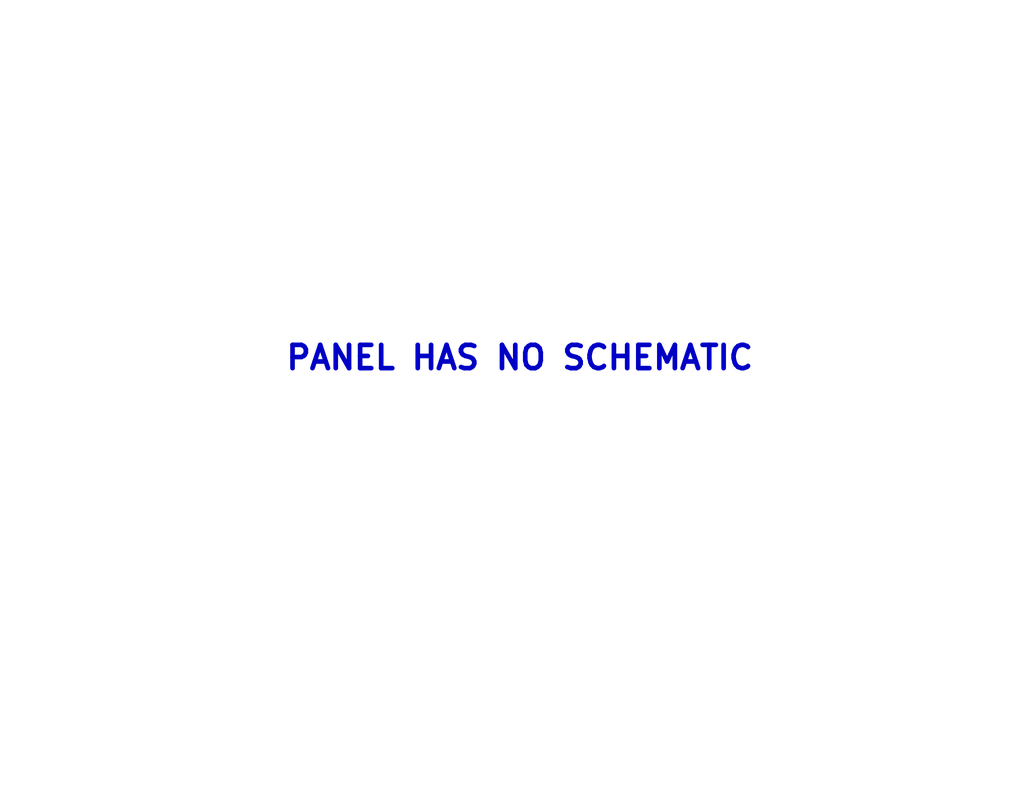
<source format=kicad_sch>
(kicad_sch (version 20211123) (generator eeschema)
  (paper "A")
  (title_block (title "SYNTH-MIXER5-01_PANEL") (date "2022-10-04") (rev "1") (comment 1 "5 CHANNEL MIXER") (comment 2 "https://note.com/solder_state/n/nffc1a33053be"))
  (lib_symbols)
  (text "PANEL HAS NO SCHEMATIC" (at 77.47 101.6 0) (effects (font (size 6.35 6.35) (thickness 1.27) bold) (justify left bottom)))
)
</source>
